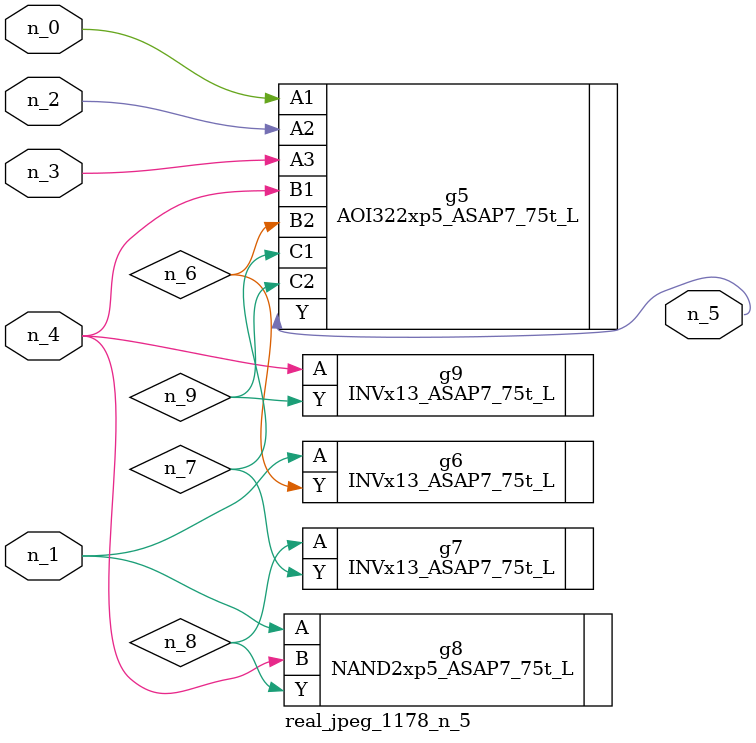
<source format=v>
module real_jpeg_1178_n_5 (n_4, n_0, n_1, n_2, n_3, n_5);

input n_4;
input n_0;
input n_1;
input n_2;
input n_3;

output n_5;

wire n_8;
wire n_6;
wire n_7;
wire n_9;

AOI322xp5_ASAP7_75t_L g5 ( 
.A1(n_0),
.A2(n_2),
.A3(n_3),
.B1(n_4),
.B2(n_6),
.C1(n_7),
.C2(n_9),
.Y(n_5)
);

INVx13_ASAP7_75t_L g6 ( 
.A(n_1),
.Y(n_6)
);

NAND2xp5_ASAP7_75t_L g8 ( 
.A(n_1),
.B(n_4),
.Y(n_8)
);

INVx13_ASAP7_75t_L g9 ( 
.A(n_4),
.Y(n_9)
);

INVx13_ASAP7_75t_L g7 ( 
.A(n_8),
.Y(n_7)
);


endmodule
</source>
